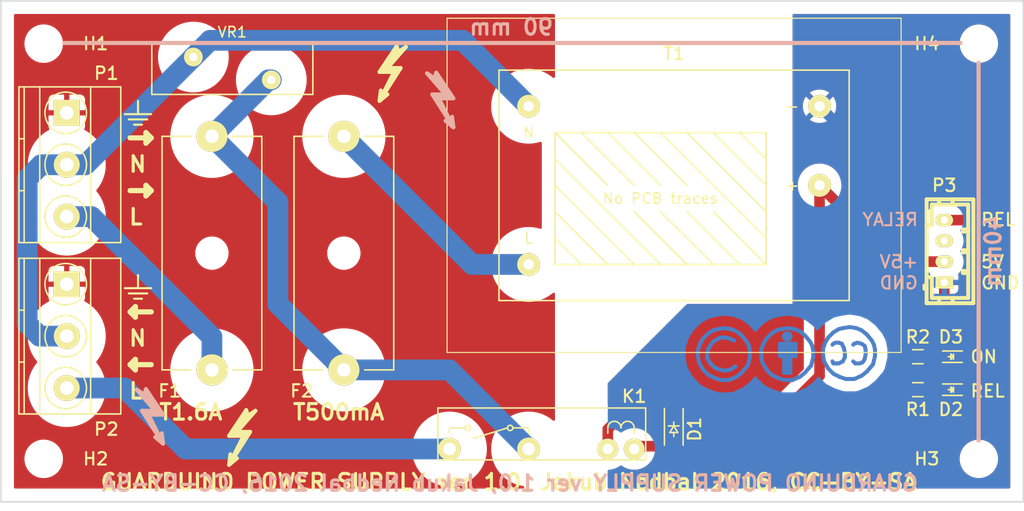
<source format=kicad_pcb>
(kicad_pcb (version 20221018) (generator pcbnew)
  (title_block (title "Guarduino Power Supply") (date "2016-09-25") (rev "1.0") (company "Serious Play Ltd") (comment 1 "Jakub Nedbal") (comment 2 "License: CC-BY-SA"))
  (layers (0 "F.Cu" signal) (31 "B.Cu" signal) (34 "B.Paste" user) (35 "F.Paste" user) (36 "B.SilkS" user "B.Silkscreen") (37 "F.SilkS" user "F.Silkscreen") (38 "B.Mask" user) (39 "F.Mask" user) (44 "Edge.Cuts" user))
  (net 0 "")
  (net 1 "VCC")
  (net 2 "/RELAY")
  (net 3 "Net-(D2-Pad2)")
  (net 4 "Net-(D3-Pad2)")
  (net 5 "GND")
  (net 6 "Net-(F1-Pad1)")
  (net 7 "/LINE")
  (net 8 "/NEUTRAL")
  (net 9 "Net-(K1-Pad4)")
  (net 10 "/EARTH")
  (net 11 "Net-(F2-Pad2)")
  (net 12 "Net-(P3-Pad3)")
  (footprint "Diodes_SMD:SOD-123" (layer "F.Cu") (at 105.41 81.915 -90)
    (fp_text reference "D1" (at 0 -2 270) (layer "F.SilkS") (effects (font (size 1.2 1.2) (thickness 0.2))))
    (fp_text value "1N5819")
    (fp_line (start -2 -0.9) (end 1.54 -0.9) (stroke (width 0.15)) (layer "F.SilkS"))
    (fp_line (start -2 0.9) (end 1.54 0.9) (stroke (width 0.15)) (layer "F.SilkS"))
    (fp_line (start -0.6985 0) (end -0.3175 0) (stroke (width 0.15)) (layer "F.SilkS"))
    (fp_line (start -0.3175 -0.508) (end -0.3175 0.508) (stroke (width 0.15)) (layer "F.SilkS"))
    (fp_line (start -0.3175 0) (end 0.3175 -0.381) (stroke (width 0.15)) (layer "F.SilkS"))
    (fp_line (start 0.3175 -0.381) (end 0.3175 0.381) (stroke (width 0.15)) (layer "F.SilkS"))
    (fp_line (start 0.3175 0) (end 0.6985 0) (stroke (width 0.15)) (layer "F.SilkS"))
    (fp_line (start 0.3175 0.381) (end -0.3175 0) (stroke (width 0.15)) (layer "F.SilkS"))
    (pad "1" smd rect (at -1.635 0 270) (size 0.91 1.22) (layers "F.Cu" "F.Paste" "F.Mask") (net 1 "VCC"))
    (pad "2" smd rect (at 1.635 0 270) (size 0.91 1.22) (layers "F.Cu" "F.Paste" "F.Mask") (net 2 "/RELAY"))
  )
  (footprint "LEDs:LED_0603" (layer "F.Cu") (at 132.08 78.105 180)
    (fp_text reference "D2" (at 0 -1.905 180) (layer "F.SilkS") (effects (font (size 1.2 1.2) (thickness 0.2))))
    (fp_text value "LED GREEN")
    (fp_line (start -1.1 -0.55) (end 0.8 -0.55) (stroke (width 0.15)) (layer "F.SilkS"))
    (fp_line (start -1.1 0.55) (end 0.8 0.55) (stroke (width 0.15)) (layer "F.SilkS"))
    (fp_line (start -0.25 -0.25) (end -0.25 0.25) (stroke (width 0.15)) (layer "F.SilkS"))
    (fp_line (start -0.25 0) (end 0 -0.25) (stroke (width 0.15)) (layer "F.SilkS"))
    (fp_line (start -0.2 0) (end 0.25 0) (stroke (width 0.15)) (layer "F.SilkS"))
    (fp_line (start 0 -0.25) (end 0 0.25) (stroke (width 0.15)) (layer "F.SilkS"))
    (fp_line (start 0 0.25) (end -0.25 0) (stroke (width 0.15)) (layer "F.SilkS"))
    (pad "1" smd rect (at -0.7493 0) (size 0.79756 0.79756) (layers "F.Cu" "F.Paste" "F.Mask") (net 2 "/RELAY"))
    (pad "2" smd rect (at 0.7493 0) (size 0.79756 0.79756) (layers "F.Cu" "F.Paste" "F.Mask") (net 3 "Net-(D2-Pad2)"))
  )
  (footprint "LEDs:LED_0603" (layer "F.Cu") (at 132.08 74.93 180)
    (fp_text reference "D3" (at 0 1.905 180) (layer "F.SilkS") (effects (font (size 1.2 1.2) (thickness 0.2))))
    (fp_text value "LED GREEN")
    (fp_line (start -1.1 -0.55) (end 0.8 -0.55) (stroke (width 0.15)) (layer "F.SilkS"))
    (fp_line (start -1.1 0.55) (end 0.8 0.55) (stroke (width 0.15)) (layer "F.SilkS"))
    (fp_line (start -0.25 -0.25) (end -0.25 0.25) (stroke (width 0.15)) (layer "F.SilkS"))
    (fp_line (start -0.25 0) (end 0 -0.25) (stroke (width 0.15)) (layer "F.SilkS"))
    (fp_line (start -0.2 0) (end 0.25 0) (stroke (width 0.15)) (layer "F.SilkS"))
    (fp_line (start 0 -0.25) (end 0 0.25) (stroke (width 0.15)) (layer "F.SilkS"))
    (fp_line (start 0 0.25) (end -0.25 0) (stroke (width 0.15)) (layer "F.SilkS"))
    (pad "1" smd rect (at -0.7493 0) (size 0.79756 0.79756) (layers "F.Cu" "F.Paste" "F.Mask") (net 5 "GND"))
    (pad "2" smd rect (at 0.7493 0) (size 0.79756 0.79756) (layers "F.Cu" "F.Paste" "F.Mask") (net 4 "Net-(D3-Pad2)"))
  )
  (footprint "Fuse_Holders_and_Fuses:Fuseholder5x20_horiz_open_Schurter_0031_8201" (layer "F.Cu") (at 60.96 76.2 90)
    (fp_text reference "F1" (at -2.032 -4.064 180) (layer "F.SilkS") (effects (font (size 1.2 1.2) (thickness 0.2))))
    (fp_text value "T1.6A")
    (fp_line (start 0 -4.8) (end 22.5 -4.8) (stroke (width 0.15)) (layer "F.SilkS"))
    (fp_line (start 0 -2) (end 0 -4.8) (stroke (width 0.15)) (layer "F.SilkS"))
    (fp_line (start 0 4.8) (end 0 2) (stroke (width 0.15)) (layer "F.SilkS"))
    (fp_line (start 0 4.8) (end 22.5 4.8) (stroke (width 0.15)) (layer "F.SilkS"))
    (fp_line (start 22.5 -2) (end 22.5 -4.8) (stroke (width 0.15)) (layer "F.SilkS"))
    (fp_line (start 22.5 4.8) (end 22.5 2) (stroke (width 0.15)) (layer "F.SilkS"))
    (pad "" np_thru_hole circle (at 11.25 0 90) (size 2.7 2.7) (drill 2.7) (layers "*.Cu" "*.Mask"))
    (pad "1" thru_hole circle (at 0 0 90) (size 3 3) (drill 1.3) (layers "*.Cu" "*.Mask" "F.SilkS") (net 6 "Net-(F1-Pad1)"))
    (pad "2" thru_hole circle (at 22.5 0 90) (size 3 3) (drill 1.3) (layers "*.Cu" "*.Mask" "F.SilkS") (net 7 "/LINE"))
  )
  (footprint "Fuse_Holders_and_Fuses:Fuseholder5x20_horiz_open_Schurter_0031_8201" (layer "F.Cu") (at 73.66 76.2 90)
    (fp_text reference "F2" (at -2.032 -4.064 180) (layer "F.SilkS") (effects (font (size 1.2 1.2) (thickness 0.2))))
    (fp_text value "T1A")
    (fp_line (start 0 -4.8) (end 22.5 -4.8) (stroke (width 0.15)) (layer "F.SilkS"))
    (fp_line (start 0 -2) (end 0 -4.8) (stroke (width 0.15)) (layer "F.SilkS"))
    (fp_line (start 0 4.8) (end 0 2) (stroke (width 0.15)) (layer "F.SilkS"))
    (fp_line (start 0 4.8) (end 22.5 4.8) (stroke (width 0.15)) (layer "F.SilkS"))
    (fp_line (start 22.5 -2) (end 22.5 -4.8) (stroke (width 0.15)) (layer "F.SilkS"))
    (fp_line (start 22.5 4.8) (end 22.5 2) (stroke (width 0.15)) (layer "F.SilkS"))
    (pad "" np_thru_hole circle (at 11.25 0 90) (size 2.7 2.7) (drill 2.7) (layers "*.Cu" "*.Mask"))
    (pad "1" thru_hole circle (at 0 0 90) (size 3 3) (drill 1.3) (layers "*.Cu" "*.Mask" "F.SilkS") (net 7 "/LINE"))
    (pad "2" thru_hole circle (at 22.5 0 90) (size 3 3) (drill 1.3) (layers "*.Cu" "*.Mask" "F.SilkS") (net 11 "Net-(F2-Pad2)"))
  )
  (footprint "jakub:PCNrelay" (layer "F.Cu") (at 101.6 83.82 180)
    (fp_text reference "K1" (at 0 5.08 180) (layer "F.SilkS") (effects (font (size 1.2 1.2) (thickness 0.2))))
    (fp_text value "RELAY")
    (fp_line (start -1.11 -1.05) (end 18.89 -1.05) (stroke (width 0.15)) (layer "F.SilkS"))
    (fp_line (start -1.11 3.95) (end -1.11 -1.05) (stroke (width 0.15)) (layer "F.SilkS"))
    (fp_line (start 0 1.524) (end 0 2.032) (stroke (width 0.15)) (layer "F.SilkS"))
    (fp_line (start 2.54 1.524) (end 2.54 2.032) (stroke (width 0.15)) (layer "F.SilkS"))
    (fp_line (start 10.16 1.524) (end 10.16 2.032) (stroke (width 0.15)) (layer "F.SilkS"))
    (fp_line (start 11.684 2.032) (end 10.16 2.032) (stroke (width 0.15)) (layer "F.SilkS"))
    (fp_line (start 12.192 2.032) (end 15.494 1.016) (stroke (width 0.15)) (layer "F.SilkS"))
    (fp_line (start 17.78 2.032) (end 16.256 2.032) (stroke (width 0.15)) (layer "F.SilkS"))
    (fp_line (start 17.78 2.032) (end 17.78 1.524) (stroke (width 0.15)) (layer "F.SilkS"))
    (fp_line (start 18.89 -1.05) (end 18.89 3.95) (stroke (width 0.15)) (layer "F.SilkS"))
    (fp_line (start 18.89 3.95) (end -1.11 3.95) (stroke (width 0.15)) (layer "F.SilkS"))
    (fp_arc (start 0.635 2.667) (mid 0.185987 2.481013) (end 0 2.032) (stroke (width 0.15)) (layer "F.SilkS"))
    (fp_arc (start 1.27 2.032) (mid 1.084013 2.481013) (end 0.635 2.667) (stroke (width 0.15)) (layer "F.SilkS"))
    (fp_arc (start 1.905 2.667) (mid 1.455987 2.481013) (end 1.27 2.032) (stroke (width 0.15)) (layer "F.SilkS"))
    (fp_arc (start 2.54 2.032) (mid 2.354013 2.481013) (end 1.905 2.667) (stroke (width 0.15)) (layer "F.SilkS"))
    (fp_circle (center 11.938 2.032) (end 12.192 2.032) (stroke (width 0.15)) (fill none) (layer "F.SilkS"))
    (fp_circle (center 16.002 2.032) (end 15.748 2.032) (stroke (width 0.15)) (fill none) (layer "F.SilkS"))
    (pad "1" thru_hole circle (at 0 0 180) (size 2 2) (drill 1) (layers "*.Cu" "*.Mask" "F.SilkS") (net 2 "/RELAY"))
    (pad "2" thru_hole circle (at 2.54 0 180) (size 2 2) (drill 1) (layers "*.Cu" "*.Mask" "F.SilkS") (net 1 "VCC"))
    (pad "3" thru_hole circle (at 10.16 0 180) (size 2.2 2.2) (drill 1.2) (layers "*.Cu" "*.Mask" "F.SilkS") (net 7 "/LINE"))
    (pad "4" thru_hole circle (at 17.78 0 180) (size 2.2 2.2) (drill 1.2) (layers "*.Cu" "*.Mask" "F.SilkS") (net 9 "Net-(K1-Pad4)"))
  )
  (footprint "Terminal_Blocks:TerminalBlock_Pheonix_MKDS1.5-3pol" (layer "F.Cu") (at 46.99 51.435 -90)
    (fp_text reference "P1" (at -3.81 -3.81) (layer "F.SilkS") (effects (font (size 1.2 1.2) (thickness 0.2))))
    (fp_text value "3way terminal")
    (fp_line (start -2.5 -5.2) (end -2.5 4.6) (stroke (width 0.15)) (layer "F.SilkS"))
    (fp_line (start -2.5 -2.3) (end 12.5 -2.3) (stroke (width 0.15)) (layer "F.SilkS"))
    (fp_line (start -2.5 2.6) (end 12.5 2.6) (stroke (width 0.15)) (layer "F.SilkS"))
    (fp_line (start -2.5 4.1) (end 12.5 4.1) (stroke (width 0.15)) (layer "F.SilkS"))
    (fp_line (start -2.5 4.6) (end 12.5 4.6) (stroke (width 0.15)) (layer "F.SilkS"))
    (fp_line (start 2.5 4.1) (end 2.5 4.6) (stroke (width 0.15)) (layer "F.SilkS"))
    (fp_line (start 7.5 4.1) (end 7.5 4.6) (stroke (width 0.15)) (layer "F.SilkS"))
    (fp_line (start 12.5 -5.2) (end -2.5 -5.2) (stroke (width 0.15)) (layer "F.SilkS"))
    (fp_line (start 12.5 4.6) (end 12.5 -5.2) (stroke (width 0.15)) (layer "F.SilkS"))
    (fp_circle (center 0 0.1) (end 2 0.1) (stroke (width 0.15)) (fill none) (layer "F.SilkS"))
    (fp_circle (center 5 0.1) (end 3 0.1) (stroke (width 0.15)) (fill none) (layer "F.SilkS"))
    (fp_circle (center 10 0.1) (end 8 0.1) (stroke (width 0.15)) (fill none) (layer "F.SilkS"))
    (pad "1" thru_hole rect (at 0 0 270) (size 2.5 2.5) (drill 1.3) (layers "*.Cu" "*.Mask" "F.SilkS") (net 10 "/EARTH"))
    (pad "2" thru_hole circle (at 5 0 270) (size 2.5 2.5) (drill 1.3) (layers "*.Cu" "*.Mask" "F.SilkS") (net 8 "/NEUTRAL"))
    (pad "3" thru_hole circle (at 10 0 270) (size 2.5 2.5) (drill 1.3) (layers "*.Cu" "*.Mask" "F.SilkS") (net 6 "Net-(F1-Pad1)"))
  )
  (footprint "Terminal_Blocks:TerminalBlock_Pheonix_MKDS1.5-3pol" (layer "F.Cu") (at 46.99 67.945 -90)
    (fp_text reference "P2" (at 13.97 -3.81) (layer "F.SilkS") (effects (font (size 1.2 1.2) (thickness 0.2))))
    (fp_text value "3way terminal")
    (fp_line (start -2.5 -5.2) (end -2.5 4.6) (stroke (width 0.15)) (layer "F.SilkS"))
    (fp_line (start -2.5 -2.3) (end 12.5 -2.3) (stroke (width 0.15)) (layer "F.SilkS"))
    (fp_line (start -2.5 2.6) (end 12.5 2.6) (stroke (width 0.15)) (layer "F.SilkS"))
    (fp_line (start -2.5 4.1) (end 12.5 4.1) (stroke (width 0.15)) (layer "F.SilkS"))
    (fp_line (start -2.5 4.6) (end 12.5 4.6) (stroke (width 0.15)) (layer "F.SilkS"))
    (fp_line (start 2.5 4.1) (end 2.5 4.6) (stroke (width 0.15)) (layer "F.SilkS"))
    (fp_line (start 7.5 4.1) (end 7.5 4.6) (stroke (width 0.15)) (layer "F.SilkS"))
    (fp_line (start 12.5 -5.2) (end -2.5 -5.2) (stroke (width 0.15)) (layer "F.SilkS"))
    (fp_line (start 12.5 4.6) (end 12.5 -5.2) (stroke (width 0.15)) (layer "F.SilkS"))
    (fp_circle (center 0 0.1) (end 2 0.1) (stroke (width 0.15)) (fill none) (layer "F.SilkS"))
    (fp_circle (center 5 0.1) (end 3 0.1) (stroke (width 0.15)) (fill none) (layer "F.SilkS"))
    (fp_circle (center 10 0.1) (end 8 0.1) (stroke (width 0.15)) (fill none) (layer "F.SilkS"))
    (pad "1" thru_hole rect (at 0 0 270) (size 2.5 2.5) (drill 1.3) (layers "*.Cu" "*.Mask" "F.SilkS") (net 10 "/EARTH"))
    (pad "2" thru_hole circle (at 5 0 270) (size 2.5 2.5) (drill 1.3) (layers "*.Cu" "*.Mask" "F.SilkS") (net 8 "/NEUTRAL"))
    (pad "3" thru_hole circle (at 10 0 270) (size 2.5 2.5) (drill 1.3) (layers "*.Cu" "*.Mask" "F.SilkS") (net 9 "Net-(K1-Pad4)"))
  )
  (footprint "jakub:JST_PH_04way_vert" (layer "F.Cu") (at 131.445 64.77 90)
    (fp_text reference "P3" (at 6.35 0 180) (layer "F.SilkS") (effects (font (size 1.2 1.2) (thickness 0.2))))
    (fp_text value "4way connector")
    (fp_line (start -5.00126 -1.69926) (end -5.00126 2.79908) (stroke (width 0.381)) (layer "F.SilkS"))
    (fp_line (start -5.00126 -1.69926) (end 5.00126 -1.69926) (stroke (width 0.381)) (layer "F.SilkS"))
    (fp_line (start -5.00126 2.79908) (end 5.00126 2.79908) (stroke (width 0.381)) (layer "F.SilkS"))
    (fp_line (start -4.50088 -1.19888) (end -4.50088 2.30124) (stroke (width 0.381)) (layer "F.SilkS"))
    (fp_line (start -4.50088 -0.50038) (end -5.00126 -0.50038) (stroke (width 0.381)) (layer "F.SilkS"))
    (fp_line (start -4.50088 0.8001) (end -5.00126 0.8001) (stroke (width 0.381)) (layer "F.SilkS"))
    (fp_line (start -3.60172 -1.89992) (end -3.60172 -1.69926) (stroke (width 0.381)) (layer "F.SilkS"))
    (fp_line (start -3.302 -1.89992) (end -3.60172 -1.89992) (stroke (width 0.381)) (layer "F.SilkS"))
    (fp_line (start -3.302 -1.69926) (end -3.302 -1.89992) (stroke (width 0.381)) (layer "F.SilkS"))
    (fp_line (start -2.5019 -1.69926) (end -2.5019 -1.19888) (stroke (width 0.381)) (layer "F.SilkS"))
    (fp_line (start -2.5019 -1.19888) (end -4.50088 -1.19888) (stroke (width 0.381)) (layer "F.SilkS"))
    (fp_line (start -2.10058 1.80086) (end -1.90246 1.80086) (stroke (width 0.381)) (layer "F.SilkS"))
    (fp_line (start -2.10058 2.30124) (end -2.10058 1.80086) (stroke (width 0.381)) (layer "F.SilkS"))
    (fp_line (start -1.90246 1.80086) (end -1.90246 2.30124) (stroke (width 0.381)) (layer "F.SilkS"))
    (fp_line (start -0.09906 1.80086) (end 0.09906 1.80086) (stroke (width 0.381)) (layer "F.SilkS"))
    (fp_line (start -0.09906 2.30124) (end -0.09906 1.80086) (stroke (width 0.381)) (layer "F.SilkS"))
    (fp_line (start 0.09906 1.80086) (end 0.09906 2.30124) (stroke (width 0.381)) (layer "F.SilkS"))
    (fp_line (start 1.89992 1.80086) (end 2.09804 1.80086) (stroke (width 0.381)) (layer "F.SilkS"))
    (fp_line (start 1.89992 2.30124) (end 1.89992 1.80086) (stroke (width 0.381)) (layer "F.SilkS"))
    (fp_line (start 2.09804 1.80086) (end 2.09804 2.30124) (stroke (width 0.381)) (layer "F.SilkS"))
    (fp_line (start 2.5019 -1.19888) (end 2.5019 -1.69926) (stroke (width 0.381)) (layer "F.SilkS"))
    (fp_line (start 4.50088 -1.19888) (end 2.5019 -1.19888) (stroke (width 0.381)) (layer "F.SilkS"))
    (fp_line (start 4.50088 0.8001) (end 5.00126 0.8001) (stroke (width 0.381)) (layer "F.SilkS"))
    (fp_line (start 4.50088 2.30124) (end -4.50088 2.30124) (stroke (width 0.381)) (layer "F.SilkS"))
    (fp_line (start 4.50088 2.30124) (end 4.50088 -1.19888) (stroke (width 0.381)) (layer "F.SilkS"))
    (fp_line (start 5.00126 -1.69926) (end 5.00126 2.79908) (stroke (width 0.381)) (layer "F.SilkS"))
    (fp_line (start 5.00126 -0.50038) (end 4.50088 -0.50038) (stroke (width 0.381)) (layer "F.SilkS"))
    (pad "1" thru_hole rect (at -3.00228 0 90) (size 1.19888 1.69926) (drill 0.70104) (layers "*.Cu" "*.Mask" "F.SilkS") (net 5 "GND"))
    (pad "2" thru_hole oval (at -1.00076 0 90) (size 1.19888 1.69926) (drill 0.70104) (layers "*.Cu" "*.Mask" "F.SilkS") (net 1 "VCC"))
    (pad "3" thru_hole oval (at 1.00076 0 90) (size 1.19888 1.69926) (drill 0.70104) (layers "*.Cu" "*.Mask" "F.SilkS") (net 12 "Net-(P3-Pad3)"))
    (pad "4" thru_hole oval (at 2.99974 0 90) (size 1.19888 1.69926) (drill 0.70104) (layers "*.Cu" "*.Mask" "F.SilkS") (net 2 "/RELAY"))
  )
  (footprint "Resistors_SMD:R_0603" (layer "F.Cu") (at 128.905 78.105)
    (fp_text reference "R1" (at 0 1.905) (layer "F.SilkS") (effects (font (size 1.2 1.2) (thickness 0.2))))
    (fp_text value "10k")
    (fp_line (start -0.5 -0.675) (end 0.5 -0.675) (stroke (width 0.15)) (layer "F.SilkS"))
    (fp_line (start 0.5 0.675) (end -0.5 0.675) (stroke (width 0.15)) (layer "F.SilkS"))
    (pad "1" smd rect (at -0.75 0) (size 0.5 0.9) (layers "F.Cu" "F.Paste" "F.Mask") (net 1 "VCC"))
    (pad "2" smd rect (at 0.75 0) (size 0.5 0.9) (layers "F.Cu" "F.Paste" "F.Mask") (net 3 "Net-(D2-Pad2)"))
  )
  (footprint "Resistors_SMD:R_0603" (layer "F.Cu") (at 128.905 74.93)
    (fp_text reference "R2" (at 0 -1.905) (layer "F.SilkS") (effects (font (size 1.2 1.2) (thickness 0.2))))
    (fp_text value "10k")
    (fp_line (start -0.5 -0.675) (end 0.5 -0.675) (stroke (width 0.15)) (layer "F.SilkS"))
    (fp_line (start 0.5 0.675) (end -0.5 0.675) (stroke (width 0.15)) (layer "F.SilkS"))
    (pad "1" smd rect (at -0.75 0) (size 0.5 0.9) (layers "F.Cu" "F.Paste" "F.Mask") (net 1 "VCC"))
    (pad "2" smd rect (at 0.75 0) (size 0.5 0.9) (layers "F.Cu" "F.Paste" "F.Mask") (net 4 "Net-(D3-Pad2)"))
  )
  (footprint "jakub:RAC01-02" (layer "F.Cu") (at 91.44 66.04)
    (fp_text reference "T1" (at 14 -20.32) (layer "F.SilkS") (effects (font (size 1.2 1.2) (thickness 0.2))))
    (fp_text value "5V/1W")
    (fp_text user "+" (at 25.4 -7.62) (layer "F.SilkS"))
    (fp_text user "No PCB traces" (at 12.7 -6.35) (layer "F.SilkS"))
    (fp_text user "L" (at 0 -2.54) (layer "F.SilkS"))
    (fp_text user "N" (at 0 -12.7) (layer "F.SilkS"))
    (fp_text user "-" (at 25.4 -15.24) (layer "F.SilkS"))
    (fp_line (start -7.85 -23.72) (end -7.85 8.48) (stroke (width 0.1)) (layer "F.SilkS"))
    (fp_line (start -7.85 -23.72) (end 35.85 -23.72) (stroke (width 0.11)) (layer "F.SilkS"))
    (fp_line (start -2.85 -18.72) (end 30.85 -18.72) (stroke (width 0.15)) (layer "F.SilkS"))
    (fp_line (start -2.85 3.48) (end -2.85 -18.72) (stroke (width 0.15)) (layer "F.SilkS"))
    (fp_line (start -2.85 3.48) (end 30.85 3.48) (stroke (width 0.15)) (layer "F.SilkS"))
    (fp_line (start 2.54 -12.7) (end 2.54 0) (stroke (width 0.15)) (layer "F.SilkS"))
    (fp_line (start 2.54 -12.7) (end 7.62 -7.62) (stroke (width 0.15)) (layer "F.SilkS"))
    (fp_line (start 2.54 -10.16) (end 12.7 0) (stroke (width 0.15)) (layer "F.SilkS"))
    (fp_line (start 2.54 -7.62) (end 10.16 0) (stroke (width 0.15)) (layer "F.SilkS"))
    (fp_line (start 2.54 -5.08) (end 7.62 0) (stroke (width 0.15)) (layer "F.SilkS"))
    (fp_line (start 2.54 -2.54) (end 5.08 0) (stroke (width 0.15)) (layer "F.SilkS"))
    (fp_line (start 2.54 0) (end 22.86 0) (stroke (width 0.15)) (layer "F.SilkS"))
    (fp_line (start 5.08 -12.7) (end 10.16 -7.62) (stroke (width 0.15)) (layer "F.SilkS"))
    (fp_line (start 7.62 -12.7) (end 12.7 -7.62) (stroke (width 0.15)) (layer "F.SilkS"))
    (fp_line (start 10.16 -12.7) (end 15.24 -7.62) (stroke (width 0.15)) (layer "F.SilkS"))
    (fp_line (start 10.16 -5.08) (end 15.24 0) (stroke (width 0.15)) (layer "F.SilkS"))
    (fp_line (start 12.7 -12.7) (end 22.86 -2.54) (stroke (width 0.15)) (layer "F.SilkS"))
    (fp_line (start 12.7 -5.08) (end 17.78 0) (stroke (width 0.15)) (layer "F.SilkS"))
    (fp_line (start 15.24 -12.7) (end 22.86 -5.08) (stroke (width 0.15)) (layer "F.SilkS"))
    (fp_line (start 15.24 -5.08) (end 20.32 0) (stroke (width 0.15)) (layer "F.SilkS"))
    (fp_line (start 17.78 -12.7) (end 22.86 -7.62) (stroke (width 0.15)) (layer "F.SilkS"))
    (fp_line (start 17.78 -5.08) (end 22.86 0) (stroke (width 0.15)) (layer "F.SilkS"))
    (fp_line (start 20.32 -12.7) (end 22.86 -10.16) (stroke (width 0.15)) (layer "F.SilkS"))
    (fp_line (start 22.86 -12.7) (end 2.54 -12.7) (stroke (width 0.15)) (layer "F.SilkS"))
    (fp_line (start 22.86 0) (end 22.86 -12.7) (stroke (width 0.15)) (layer "F.SilkS"))
    (fp_line (start 30.85 3.48) (end 30.85 -18.72) (stroke (width 0.15)) (layer "F.SilkS"))
    (fp_line (start 35.85 -23.72) (end 35.85 8.48) (stroke (width 0.1)) (layer "F.SilkS"))
    (fp_line (start 35.85 8.48) (end -7.85 8.48) (stroke (width 0.1)) (layer "F.SilkS"))
    (pad "1" thru_hole circle (at 0 -15.24) (size 2.2 2.2) (drill 1) (layers "*.Cu" "*.Mask" "F.SilkS") (net 8 "/NEUTRAL"))
    (pad "2" thru_hole circle (at 0 0) (size 2.2 2.2) (drill 1) (layers "*.Cu" "*.Mask" "F.SilkS") (net 11 "Net-(F2-Pad2)"))
    (pad "3" thru_hole circle (at 28 -15.24) (size 2.2 2.2) (drill 1) (layers "*.Cu" "*.Mask" "F.SilkS") (net 5 "GND"))
    (pad "4" thru_hole circle (at 28 -7.62) (size 2.2 2.2) (drill 1) (layers "*.Cu" "*.Mask" "F.SilkS") (net 1 "VCC"))
  )
  (footprint "Varistors:RV_Disc_D15.5_W5_P7.5" (layer "F.Cu") (at 66.675 48.26 180)
    (fp_text reference "VR1" (at 3.75 4.6 180) (layer "F.SilkS"))
    (fp_text value "275V")
    (fp_line (start -4 -1.4) (end -4 3.6) (stroke (width 0.15)) (layer "F.SilkS"))
    (fp_line (start -4 -1.4) (end 11.5 -1.4) (stroke (width 0.15)) (layer "F.SilkS"))
    (fp_line (start -4 3.6) (end 11.5 3.6) (stroke (width 0.15)) (layer "F.SilkS"))
    (fp_line (start 11.5 -1.4) (end 11.5 3.6) (stroke (width 0.15)) (layer "F.SilkS"))
    (pad "1" thru_hole circle (at 0 0 180) (size 1.8 1.8) (drill 0.8) (layers "*.Cu" "*.Mask" "F.SilkS") (net 7 "/LINE"))
    (pad "2" thru_hole circle (at 7.5 2.2 180) (size 1.8 1.8) (drill 0.8) (layers "*.Cu" "*.Mask" "F.SilkS") (net 8 "/NEUTRAL"))
  )
  (footprint "Mounting_Holes:MountingHole_3.2mm_M3" (layer "F.Cu") (at 44.77 44.77)
    (fp_text reference "H1" (at 5 0) (layer "F.SilkS") (effects (font (size 1.2 1.2) (thickness 0.2))))
    (fp_text value "⌀3mm")
    (pad "" np_thru_hole circle (at 0 0) (size 3.2 3.2) (drill 3.2) (layers "*.Cu" "*.Mask" "F.SilkS"))
  )
  (footprint "Mounting_Holes:MountingHole_3.2mm_M3" (layer "F.Cu") (at 44.77 84.77)
    (fp_text reference "H2" (at 5 0) (layer "F.SilkS") (effects (font (size 1.2 1.2) (thickness 0.2))))
    (fp_text value "⌀3mm")
    (pad "" np_thru_hole circle (at 0 0) (size 3.2 3.2) (drill 3.2) (layers "*.Cu" "*.Mask" "F.SilkS"))
  )
  (footprint "Mounting_Holes:MountingHole_3.2mm_M3" (layer "F.Cu") (at 134.77 84.77)
    (fp_text reference "H3" (at -5 0) (layer "F.SilkS") (effects (font (size 1.2 1.2) (thickness 0.2))))
    (fp_text value "⌀3mm")
    (pad "" np_thru_hole circle (at 0 0) (size 3.2 3.2) (drill 3.2) (layers "*.Cu" "*.Mask" "F.SilkS"))
  )
  (footprint "Mounting_Holes:MountingHole_3.2mm_M3" (layer "F.Cu") (at 134.77 44.77)
    (fp_text reference "H4" (at -5 0) (layer "F.SilkS") (effects (font (size 1.2 1.2) (thickness 0.2))))
    (fp_text value "⌀3mm")
    (pad "" np_thru_hole circle (at 0 0) (size 3.2 3.2) (drill 3.2) (layers "*.Cu" "*.Mask" "F.SilkS"))
  )
  (footprint "Symbols:Symbol_Highvoltage_Type1_CopperTop_Small" (layer "F.Cu") (at 77.47 48.26)
    (fp_text reference "REF**" hide)
    (fp_text value "Symbol_Highvoltage_Type1_CopperTop_Small" hide)
    (fp_line (start -0.381 -0.762) (end 1.016 -0.762) (stroke (width 0.381)) (layer "F.SilkS"))
    (fp_line (start -0.381 -0.762) (end 1.27 -3.2385) (stroke (width 0.381)) (layer "F.SilkS"))
    (fp_line (start -0.381 2.032) (end 0.381 1.397) (stroke (width 0.381)) (layer "F.SilkS"))
    (fp_line (start -0.254 1.016) (end -0.381 2.032) (stroke (width 0.381)) (layer "F.SilkS"))
    (fp_line (start -0.127 1.651) (end 1.651 -1.143) (stroke (width 0.381)) (layer "F.SilkS"))
    (fp_line (start 0 -1.016) (end 1.143 -0.889) (stroke (width 0.381)) (layer "F.SilkS"))
    (fp_line (start 0.381 -1.143) (end 1.651 -1.143) (stroke (width 0.381)) (layer "F.SilkS"))
    (fp_line (start 1.016 -0.762) (end -0.254 1.778) (stroke (width 0.381)) (layer "F.SilkS"))
    (fp_line (start 1.27 -3.2385) (end 1.397 -2.794) (stroke (width 0.381)) (layer "F.SilkS"))
    (fp_line (start 1.397 -2.794) (end 0 -1.016) (stroke (width 0.381)) (layer "F.SilkS"))
    (fp_line (start 2.159 -3.175) (end 0.381 -1.143) (stroke (width 0.381)) (layer "F.SilkS"))
    (fp_line (start 2.159 -3.175) (end 1.397 -2.667) (stroke (width 0.381)) (layer "F.SilkS"))
  )
  (footprint "Symbols:Symbol_Highvoltage_Type1_CopperTop_Small" (layer "F.Cu") (at 62.992 83.312)
    (fp_text reference "REF**" hide)
    (fp_text value "Symbol_Highvoltage_Type1_CopperTop_Small" hide)
    (fp_line (start -0.381 -0.762) (end 1.016 -0.762) (stroke (width 0.381)) (layer "F.SilkS"))
    (fp_line (start -0.381 -0.762) (end 1.27 -3.2385) (stroke (width 0.381)) (layer "F.SilkS"))
    (fp_line (start -0.381 2.032) (end 0.381 1.397) (stroke (width 0.381)) (layer "F.SilkS"))
    (fp_line (start -0.254 1.016) (end -0.381 2.032) (stroke (width 0.381)) (layer "F.SilkS"))
    (fp_line (start -0.127 1.651) (end 1.651 -1.143) (stroke (width 0.381)) (layer "F.SilkS"))
    (fp_line (start 0 -1.016) (end 1.143 -0.889) (stroke (width 0.381)) (layer "F.SilkS"))
    (fp_line (start 0.381 -1.143) (end 1.651 -1.143) (stroke (width 0.381)) (layer "F.SilkS"))
    (fp_line (start 1.016 -0.762) (end -0.254 1.778) (stroke (width 0.381)) (layer "F.SilkS"))
    (fp_line (start 1.27 -3.2385) (end 1.397 -2.794) (stroke (width 0.381)) (layer "F.SilkS"))
    (fp_line (start 1.397 -2.794) (end 0 -1.016) (stroke (width 0.381)) (layer "F.SilkS"))
    (fp_line (start 2.159 -3.175) (end 0.381 -1.143) (stroke (width 0.381)) (layer "F.SilkS"))
    (fp_line (start 2.159 -3.175) (end 1.397 -2.667) (stroke (width 0.381)) (layer "F.SilkS"))
  )
  (footprint "Symbols:Symbol_CC-ShareAlike_CopperTop_Small" (layer "B.Cu") (at 110.236 74.676 180)
    (fp_text reference "REF**" hide)
    (fp_text value "Symbol_CC-ShareAlike_CopperTop_Small" hide)
    (fp_line (start -2.49936 -0.29972) (end -2.30124 -1.09982) (stroke (width 0.381)) (layer "B.Cu"))
    (fp_line (start -2.49936 0.29972) (end -2.49936 -0.29972) (stroke (width 0.381)) (layer "B.Cu"))
    (fp_line (start -2.4003 0.8001) (end -2.49936 0.29972) (stroke (width 0.381)) (layer "B.Cu"))
    (fp_line (start -2.30124 -1.09982) (end -1.69926 -1.80086) (stroke (width 0.381)) (layer "B.Cu"))
    (fp_line (start -2.19964 1.19888) (end -2.4003 0.8001) (stroke (width 0.381)) (layer "B.Cu"))
    (fp_line (start -1.69926 -1.80086) (end -1.19888 -2.19964) (stroke (width 0.381)) (layer "B.Cu"))
    (fp_line (start -1.69926 1.80086) (end -2.19964 1.19888) (stroke (width 0.381)) (layer "B.Cu"))
    (fp_line (start -1.19888 -2.19964) (end -0.50038 -2.49936) (stroke (width 0.381)) (layer "B.Cu"))
    (fp_line (start -1.19888 2.19964) (end -1.69926 1.80086) (stroke (width 0.381)) (layer "B.Cu"))
    (fp_line (start -1.09982 -1.19888) (end -0.59944 -1.50114) (stroke (width 0.381)) (layer "B.Cu"))
    (fp_line (start -0.70104 2.4003) (end -1.19888 2.19964) (stroke (width 0.381)) (layer "B.Cu"))
    (fp_line (start -0.59944 -1.50114) (end -0.09906 -1.6002) (stroke (width 0.381)) (layer "B.Cu"))
    (fp_line (start -0.50038 -2.49936) (end 0.29972 -2.49936) (stroke (width 0.381)) (layer "B.Cu"))
    (fp_line (start -0.50038 1.50114) (end -1.00076 1.30048) (stroke (width 0.381)) (layer "B.Cu"))
    (fp_line (start -0.09906 -1.6002) (end 0.39878 -1.50114) (stroke (width 0.381)) (layer "B.Cu"))
    (fp_line (start -0.09906 1.6002) (end -0.50038 1.50114) (stroke (width 0.381)) (layer "B.Cu"))
    (fp_line (start -0.09906 2.49936) (end -0.70104 2.4003) (stroke (width 0.381)) (layer "B.Cu"))
    (fp_line (start 0 2.49936) (end -0.09906 2.49936) (stroke (width 0.381)) (layer "B.Cu"))
    (fp_line (start 0.29972 -2.49936) (end 0.89916 -2.30124) (stroke (width 0.381)) (layer "B.Cu"))
    (fp_line (start 0.29972 1.6002) (end -0.09906 1.6002) (stroke (width 0.381)) (layer "B.Cu"))
    (fp_line (start 0.39878 -1.50114) (end 0.89916 -1.30048) (stroke (width 0.381)) (layer "B.Cu"))
    (fp_line (start 0.59944 2.4003) (end 0 2.49936) (stroke (width 0.381)) (layer "B.Cu"))
    (fp_line (start 0.89916 -2.30124) (end 1.50114 -1.99898) (stroke (width 0.381)) (layer "B.Cu"))
    (fp_line (start 0.89916 -1.30048) (end 1.30048 -0.89916) (stroke (width 0.381)) (layer "B.Cu"))
    (fp_line (start 0.89916 1.30048) (end 0.29972 1.6002) (stroke (width 0.381)) (layer "B.Cu"))
    (fp_line (start 1.00076 2.30124) (end 0.59944 2.4003) (stroke (width 0.381)) (layer "B.Cu"))
    (fp_line (start 1.19888 1.00076) (end 0.89916 1.30048) (stroke (width 0.381)) (layer "B.Cu"))
    (fp_line (start 1.30048 -0.89916) (end 1.6002 -0.39878) (stroke (width 0.381)) (layer "B.Cu"))
    (fp_line (start 1.50114 -1.99898) (end 1.99898 -1.50114) (stroke (width 0.381)) (layer "B.Cu"))
    (fp_line (start 1.50114 0.50038) (end 1.19888 1.00076) (stroke (width 0.381)) (layer "B.Cu"))
    (fp_line (start 1.50114 1.99898) (end 1.00076 2.30124) (stroke (width 0.381)) (layer "B.Cu"))
    (fp_line (start 1.6002 -0.39878) (end 1.6002 0) (stroke (width 0.381)) (layer "B.Cu"))
    (fp_line (start 1.6002 0) (end 1.50114 0.50038) (stroke (width 0.381)) (layer "B.Cu"))
    (fp_line (start 1.99898 -1.50114) (end 2.4003 -0.8001) (stroke (width 0.381)) (layer "B.Cu"))
    (fp_line (start 1.99898 1.50114) (end 1.50114 1.99898) (stroke (width 0.381)) (layer "B.Cu"))
    (fp_line (start 2.30124 1.00076) (end 1.99898 1.50114) (stroke (width 0.381)) (layer "B.Cu"))
    (fp_line (start 2.4003 -0.8001) (end 2.49936 -0.20066) (stroke (width 0.381)) (layer "B.Cu"))
    (fp_line (start 2.49936 -0.20066) (end 2.49936 0.39878) (stroke (width 0.381)) (layer "B.Cu"))
    (fp_line (start 2.49936 0.39878) (end 2.30124 1.00076) (stroke (width 0.381)) (layer "B.Cu"))
  )
  (footprint "Symbols:Symbol_CC-Attribution_CopperTop_Small" (layer "B.Cu") (at 116.332 74.676 180)
    (fp_text reference "REF**" hide)
    (fp_text value "Symbol_CC-Attribution_CopperTop_Small" hide)
    (fp_line (start -2.49936 -0.29972) (end -2.30124 -1.09982) (stroke (width 0.381)) (layer "B.Cu"))
    (fp_line (start -2.49936 0.29972) (end -2.49936 -0.29972) (stroke (width 0.381)) (layer "B.Cu"))
    (fp_line (start -2.4003 0.8001) (end -2.49936 0.29972) (stroke (width 0.381)) (layer "B.Cu"))
    (fp_line (start -2.30124 -1.09982) (end -1.69926 -1.80086) (stroke (width 0.381)) (layer "B.Cu"))
    (fp_line (start -2.19964 1.19888) (end -2.4003 0.8001) (stroke (width 0.381)) (layer "B.Cu"))
    (fp_line (start -1.69926 -1.80086) (end -1.19888 -2.19964) (stroke (width 0.381)) (layer "B.Cu"))
    (fp_line (start -1.69926 1.80086) (end -2.19964 1.19888) (stroke (width 0.381)) (layer "B.Cu"))
    (fp_line (start -1.19888 -2.19964) (end -0.50038 -2.49936) (stroke (width 0.381)) (layer "B.Cu"))
    (fp_line (start -1.19888 2.19964) (end -1.69926 1.80086) (stroke (width 0.381)) (layer "B.Cu"))
    (fp_line (start -0.8001 -0.20066) (end -0.8001 1.00076) (stroke (width 0.381)) (layer "B.Cu"))
    (fp_line (start -0.8001 0.09906) (end 0.50038 0.09906) (stroke (width 0.381)) (layer "B.Cu"))
    (fp_line (start -0.8001 1.00076) (end 0.70104 1.00076) (stroke (width 0.381)) (layer "B.Cu"))
    (fp_line (start -0.70104 0.70104) (end 0.59944 0.70104) (stroke (width 0.381)) (layer "B.Cu"))
    (fp_line (start -0.70104 2.4003) (end -1.19888 2.19964) (stroke (width 0.381)) (layer "B.Cu"))
    (fp_line (start -0.50038 -2.49936) (end 0.29972 -2.49936) (stroke (width 0.381)) (layer "B.Cu"))
    (fp_line (start -0.29972 -1.80086) (end 0.20066 -1.80086) (stroke (width 0.381)) (layer "B.Cu"))
    (fp_line (start -0.29972 -0.29972) (end -0.29972 -1.80086) (stroke (width 0.381)) (layer "B.Cu"))
    (fp_line (start -0.09906 2.49936) (end -0.70104 2.4003) (stroke (width 0.381)) (layer "B.Cu"))
    (fp_line (start 0 -0.29972) (end 0 -1.6002) (stroke (width 0.381)) (layer "B.Cu"))
    (fp_line (start 0 1.89992) (end 0 1.50114) (stroke (width 0.381)) (layer "B.Cu"))
    (fp_line (start 0 2.49936) (end -0.09906 2.49936) (stroke (width 0.381)) (layer "B.Cu"))
    (fp_line (start 0.09906 -1.80086) (end 0.29972 -1.80086) (stroke (width 0.381)) (layer "B.Cu"))
    (fp_line (start 0.29972 -2.49936) (end 0.89916 -2.30124) (stroke (width 0.381)) (layer "B.Cu"))
    (fp_line (start 0.29972 -1.80086) (end 0.29972 -0.20066) (stroke (width 0.381)) (layer "B.Cu"))
    (fp_line (start 0.50038 0.39878) (end -0.70104 0.39878) (stroke (width 0.381)) (layer "B.Cu"))
    (fp_line (start 0.59944 2.4003) (end 0 2.49936) (stroke (width 0.381)) (layer "B.Cu"))
    (fp_line (start 0.70104 -0.20066) (end -0.8001 -0.20066) (stroke (width 0.381)) (layer "B.Cu"))
    (fp_line (start 0.70104 1.00076) (end 0.70104 -0.20066) (stroke (width 0.381)) (layer "B.Cu"))
    (fp_line (start 0.89916 -2.30124) (end 1.50114 -1.99898) (stroke (width 0.381)) (layer "B.Cu"))
    (fp_line (start 1.00076 2.30124) (end 0.59944 2.4003) (stroke (width 0.381)) (layer "B.Cu"))
    (fp_line (start 1.50114 -1.99898) (end 1.99898 -1.50114) (stroke (width 0.381)) (layer "B.Cu"))
    (fp_line (start 1.50114 1.99898) (end 1.00076 2.30124) (stroke (width 0.381)) (layer "B.Cu"))
    (fp_line (start 1.99898 -1.50114) (end 2.4003 -0.8001) (stroke (width 0.381)) (layer "B.Cu"))
    (fp_line (start 1.99898 1.50114) (end 1.50114 1.99898) (stroke (width 0.381)) (layer "B.Cu"))
    (fp_line (start 2.30124 1.00076) (end 1.99898 1.50114) (stroke (width 0.381)) (layer "B.Cu"))
    (fp_line (start 2.4003 -0.8001) (end 2.49936 -0.20066) (stroke (width 0.381)) (layer "B.Cu"))
    (fp_line (start 2.49936 -0.20066) (end 2.49936 0.39878) (stroke (width 0.381)) (layer "B.Cu"))
    (fp_line (start 2.49936 0.39878) (end 2.30124 1.00076) (stroke (width 0.381)) (layer "B.Cu"))
    (fp_circle (center 0 1.69926) (end 0.09906 1.39954) (stroke (width 0.381)) (fill none) (layer "B.Cu"))
  )
  (footprint "Symbols:Symbol_CreativeCommons_CopperTop_Type2_Small" (layer "B.Cu") (at 122.428 74.676 180)
    (fp_text reference "REF**" hide)
    (fp_text value "Symbol_CreativeCommons_CopperTop_Type2_Small" hide)
    (fp_line (start -2.34936 -0.19972) (end -2.15124 -0.99982) (stroke (width 0.381)) (layer "B.Cu"))
    (fp_line (start -2.34936 0.39972) (end -2.34936 -0.19972) (stroke (width 0.381)) (layer "B.Cu"))
    (fp_line (start -2.2503 0.9001) (end -2.34936 0.39972) (stroke (width 0.381)) (layer "B.Cu"))
    (fp_line (start -2.15124 -0.99982) (end -1.54926 -1.70086) (stroke (width 0.381)) (layer "B.Cu"))
    (fp_line (start -2.04964 1.29888) (end -2.2503 0.9001) (stroke (width 0.381)) (layer "B.Cu"))
    (fp_line (start -1.54926 -1.70086) (end -1.04888 -2.09964) (stroke (width 0.381)) (layer "B.Cu"))
    (fp_line (start -1.54926 1.90086) (end -2.04964 1.29888) (stroke (width 0.381)) (layer "B.Cu"))
    (fp_line (start -1.4502 0.00094) (end -1.35114 -0.49944) (stroke (width 0.381)) (layer "B.Cu"))
    (fp_line (start -1.4502 0.39972) (end -1.4502 0.00094) (stroke (width 0.381)) (layer "B.Cu"))
    (fp_line (start -1.35114 -0.49944) (end -1.15048 -0.79916) (stroke (width 0.381)) (layer "B.Cu"))
    (fp_line (start -1.35114 0.80104) (end -1.4502 0.39972) (stroke (width 0.381)) (layer "B.Cu"))
    (fp_line (start -1.15048 -0.79916) (end -0.85076 -0.90076) (stroke (width 0.381)) (layer "B.Cu"))
    (fp_line (start -1.04888 -2.09964) (end -0.35038 -2.39936) (stroke (width 0.381)) (layer "B.Cu"))
    (fp_line (start -1.04888 0.99916) (end -1.35114 0.80104) (stroke (width 0.381)) (layer "B.Cu"))
    (fp_line (start -1.04888 2.29964) (end -1.54926 1.90086) (stroke (width 0.381)) (layer "B.Cu"))
    (fp_line (start -0.85076 -0.90076) (end -0.44944 -0.90076) (stroke (width 0.381)) (layer "B.Cu"))
    (fp_line (start -0.6501 1.10076) (end -1.04888 0.99916) (stroke (width 0.381)) (layer "B.Cu"))
    (fp_line (start -0.55104 2.5003) (end -1.04888 2.29964) (stroke (width 0.381)) (layer "B.Cu"))
    (fp_line (start -0.44944 -0.90076) (end -0.24878 -0.7001) (stroke (width 0.381)) (layer "B.Cu"))
    (fp_line (start -0.35038 -2.39936) (end 0.44972 -2.39936) (stroke (width 0.381)) (layer "B.Cu"))
    (fp_line (start -0.35038 0.99916) (end -0.6501 1.10076) (stroke (width 0.381)) (layer "B.Cu"))
    (fp_line (start -0.24878 0.9001) (end -0.35038 0.99916) (stroke (width 0.381)) (layer "B.Cu"))
    (fp_line (start 0.05094 2.59936) (end -0.55104 2.5003) (stroke (width 0.381)) (layer "B.Cu"))
    (fp_line (start 0.15 2.59936) (end 0.05094 2.59936) (stroke (width 0.381)) (layer "B.Cu"))
    (fp_line (start 0.44972 -2.39936) (end 1.04916 -2.20124) (stroke (width 0.381)) (layer "B.Cu"))
    (fp_line (start 0.54878 -0.29878) (end 0.74944 -0.7001) (stroke (width 0.381)) (layer "B.Cu"))
    (fp_line (start 0.54878 0.1) (end 0.54878 -0.29878) (stroke (width 0.381)) (layer "B.Cu"))
    (fp_line (start 0.65038 0.60038) (end 0.54878 0.1) (stroke (width 0.381)) (layer "B.Cu"))
    (fp_line (start 0.74944 -0.7001) (end 1.15076 -0.90076) (stroke (width 0.381)) (layer "B.Cu"))
    (fp_line (start 0.74944 2.5003) (end 0.15 2.59936) (stroke (width 0.381)) (layer "B.Cu"))
    (fp_line (start 0.85104 0.99916) (end 0.65038 0.60038) (stroke (width 0.381)) (layer "B.Cu"))
    (fp_line (start 1.04916 -2.20124) (end 1.65114 -1.89898) (stroke (width 0.381)) (layer "B.Cu"))
    (fp_line (start 1.15076 -0.90076) (end 1.34888 -0.90076) (stroke (width 0.381)) (layer "B.Cu"))
    (fp_line (start 1.15076 1.10076) (end 0.85104 0.99916) (stroke (width 0.381)) (layer "B.Cu"))
    (fp_line (start 1.15076 2.40124) (end 0.74944 2.5003) (stroke (width 0.381)) (layer "B.Cu"))
    (fp_line (start 1.34888 -0.90076) (end 1.65114 -0.90076) (stroke (width 0.381)) (layer "B.Cu"))
    (fp_line (start 1.45048 1.10076) (end 1.15076 1.10076) (stroke (width 0.381)) (layer "B.Cu"))
    (fp_line (start 1.65114 -1.89898) (end 2.14898 -1.40114) (stroke (width 0.381)) (layer "B.Cu"))
    (fp_line (start 1.65114 -0.90076) (end 1.7502 -0.7001) (stroke (width 0.381)) (layer "B.Cu"))
    (fp_line (start 1.65114 0.99916) (end 1.45048 1.10076) (stroke (width 0.381)) (layer "B.Cu"))
    (fp_line (start 1.65114 2.09898) (end 1.15076 2.40124) (stroke (width 0.381)) (layer "B.Cu"))
    (fp_line (start 1.7502 0.9001) (end 1.65114 0.99916) (stroke (width 0.381)) (layer "B.Cu"))
    (fp_line (start 2.14898 -1.40114) (end 2.5503 -0.7001) (stroke (width 0.381)) (layer "B.Cu"))
    (fp_line (start 2.14898 1.60114) (end 1.65114 2.09898) (stroke (width 0.381)) (layer "B.Cu"))
    (fp_line (start 2.45124 1.10076) (end 2.14898 1.60114) (stroke (width 0.381)) (layer "B.Cu"))
    (fp_line (start 2.5503 -0.7001) (end 2.64936 -0.10066) (stroke (width 0.381)) (layer "B.Cu"))
    (fp_line (start 2.64936 -0.10066) (end 2.64936 0.49878) (stroke (width 0.381)) (layer "B.Cu"))
    (fp_line (start 2.64936 0.49878) (end 2.45124 1.10076) (stroke (width 0.381)) (layer "B.Cu"))
  )
  (footprint "Symbols:Symbol_Highvoltage_Type1_CopperTop_Small" (layer "B.Cu") (at 83.82 50.8 180)
    (fp_text reference "REF**" hide)
    (fp_text value "Symbol_Highvoltage_Type1_CopperTop_Small" hide)
    (fp_line (start -0.381 -2.032) (end 0.381 -1.397) (stroke (width 0.381)) (layer "B.SilkS"))
    (fp_line (start -0.381 0.762) (end 1.016 0.762) (stroke (width 0.381)) (layer "B.SilkS"))
    (fp_line (start -0.381 0.762) (end 1.27 3.2385) (stroke (width 0.381)) (layer "B.SilkS"))
    (fp_line (start -0.254 -1.016) (end -0.381 -2.032) (stroke (width 0.381)) (layer "B.SilkS"))
    (fp_line (start -0.127 -1.651) (end 1.651 1.143) (stroke (width 0.381)) (layer "B.SilkS"))
    (fp_line (start 0 1.016) (end 1.143 0.889) (stroke (width 0.381)) (layer "B.SilkS"))
    (fp_line (start 0.381 1.143) (end 1.651 1.143) (stroke (width 0.381)) (layer "B.SilkS"))
    (fp_line (start 1.016 0.762) (end -0.254 -1.778) (stroke (width 0.381)) (layer "B.SilkS"))
    (fp_line (start 1.27 3.2385) (end 1.397 2.794) (stroke (width 0.381)) (layer "B.SilkS"))
    (fp_line (start 1.397 2.794) (end 0 1.016) (stroke (width 0.381)) (layer "B.SilkS"))
    (fp_line (start 2.159 3.175) (end 0.381 1.143) (stroke (width 0.381)) (layer "B.SilkS"))
    (fp_line (start 2.159 3.175) (end 1.397 2.667) (stroke (width 0.381)) (layer "B.SilkS"))
  )
  (footprint "Symbols:Symbol_Highvoltage_Type1_CopperTop_Small" (layer "B.Cu") (at 55.88 81.28 180)
    (fp_text reference "REF**" hide)
    (fp_text value "Symbol_Highvoltage_Type1_CopperTop_Small" hide)
    (fp_line (start -0.381 -2.032) (end 0.381 -1.397) (stroke (width 0.381)) (layer "B.SilkS"))
    (fp_line (start -0.381 0.762) (end 1.016 0.762) (stroke (width 0.381)) (layer "B.SilkS"))
    (fp_line (start -0.381 0.762) (end 1.27 3.2385) (stroke (width 0.381)) (layer "B.SilkS"))
    (fp_line (start -0.254 -1.016) (end -0.381 -2.032) (stroke (width 0.381)) (layer "B.SilkS"))
    (fp_line (start -0.127 -1.651) (end 1.651 1.143) (stroke (width 0.381)) (layer "B.SilkS"))
    (fp_line (start 0 1.016) (end 1.143 0.889) (stroke (width 0.381)) (layer "B.SilkS"))
    (fp_line (start 0.381 1.143) (end 1.651 1.143) (stroke (width 0.381)) (layer "B.SilkS"))
    (fp_line (start 1.016 0.762) (end -0.254 -1.778) (stroke (width 0.381)) (layer "B.SilkS"))
    (fp_line (start 1.27 3.2385) (end 1.397 2.794) (stroke (width 0.381)) (layer "B.SilkS"))
    (fp_line (start 1.397 2.794) (end 0 1.016) (stroke (width 0.381)) (layer "B.SilkS"))
    (fp_line (start 2.159 3.175) (end 0.381 1.143) (stroke (width 0.381)) (layer "B.SilkS"))
    (fp_line (start 2.159 3.175) (end 1.397 2.667) (stroke (width 0.381)) (layer "B.SilkS"))
  )
  (gr_line (start 134.747 83.058) (end 134.747 46.609) (stroke (width 0.4)) (layer "B.SilkS"))
  (gr_line (start 133.096 44.704) (end 46.736 44.704) (stroke (width 0.4)) (layer "B.SilkS"))
  (gr_line (start 53.467 69.342) (end 54.229 69.342) (stroke (width 0.2)) (layer "F.SilkS"))
  (gr_line (start 52.959 68.834) (end 54.737 68.834) (stroke (width 0.2)) (layer "F.SilkS"))
  (gr_line (start 52.578 68.326) (end 55.118 68.326) (stroke (width 0.2)) (layer "F.SilkS"))
  (gr_line (start 53.848 67.056) (end 53.848 68.326) (stroke (width 0.2)) (layer "F.SilkS"))
  (gr_line (start 54.61 54.356) (end 55.118 53.848) (stroke (width 0.5)) (layer "F.SilkS"))
  (gr_line (start 54.61 53.34) (end 54.61 54.356) (stroke (width 0.5)) (layer "F.SilkS"))
  (gr_line (start 55.118 53.848) (end 54.61 53.34) (stroke (width 0.5)) (layer "F.SilkS"))
  (gr_line (start 53.086 53.848) (end 55.118 53.848) (stroke (width 0.5)) (layer "F.SilkS"))
  (gr_line (start 55.118 75.692) (end 53.086 75.692) (stroke (width 0.5)) (layer "F.SilkS"))
  (gr_line (start 53.086 75.692) (end 53.594 76.2) (stroke (width 0.5)) (layer "F.SilkS"))
  (gr_line (start 53.594 76.2) (end 53.594 75.184) (stroke (width 0.5)) (layer "F.SilkS"))
  (gr_line (start 53.594 75.184) (end 53.086 75.692) (stroke (width 0.5)) (layer "F.SilkS"))
  (gr_line (start 53.594 70.104) (end 53.086 70.612) (stroke (width 0.5)) (layer "F.SilkS"))
  (gr_line (start 53.594 71.12) (end 53.594 70.104) (stroke (width 0.5)) (layer "F.SilkS"))
  (gr_line (start 53.086 70.612) (end 53.594 71.12) (stroke (width 0.5)) (layer "F.SilkS"))
  (gr_line (start 55.118 70.612) (end 53.086 70.612) (stroke (width 0.5)) (layer "F.SilkS"))
  (gr_line (start 54.61 59.436) (end 55.118 58.928) (stroke (width 0.5)) (layer "F.SilkS"))
  (gr_line (start 52.578 51.562) (end 55.118 51.562) (stroke (width 0.2)) (layer "F.SilkS"))
  (gr_line (start 53.467 52.578) (end 54.229 52.578) (stroke (width 0.2)) (layer "F.SilkS"))
  (gr_line (start 53.848 50.292) (end 53.848 51.562) (stroke (width 0.2)) (layer "F.SilkS"))
  (gr_line (start 54.61 58.42) (end 54.61 59.436) (stroke (width 0.5)) (layer "F.SilkS"))
  (gr_line (start 53.086 58.928) (end 55.118 58.928) (stroke (width 0.5)) (layer "F.SilkS"))
  (gr_line (start 52.959 52.07) (end 54.737 52.07) (stroke (width 0.2)) (layer "F.SilkS"))
  (gr_line (start 55.118 58.928) (end 54.61 58.42) (stroke (width 0.5)) (layer "F.SilkS"))
  (gr_line (start 40.64 40.64) (end 139.065 40.64) (stroke (width 0.15)) (layer "Edge.Cuts"))
  (gr_line (start 40.64 88.9) (end 40.64 40.64) (stroke (width 0.15)) (layer "Edge.Cuts"))
  (gr_line (start 139.065 40.64) (end 139.065 88.9) (stroke (width 0.15)) (layer "Edge.Cuts"))
  (gr_line (start 139.065 88.9) (end 40.64 88.9) (stroke (width 0.15)) (layer "Edge.Cuts"))
  (gr_text "GND" (at 129.032 67.818) (layer "B.SilkS") (effects (font (size 1.2 1.2) (thickness 0.2)) (justify left mirror)))
  (gr_text "90 mm" (at 89.77 43.18) (layer "B.SilkS") (effects (font (size 1.5 1.5) (thickness 0.3)) (justify mirror)))
  (gr_text "GUARDUINO POWER SUPPLY ver 1.0, Jakub Nedbal 2016, CC-BY-SA" (at 89.662 87.122) (layer "B.SilkS") (effects (font (size 1.5 1.5) (thickness 0.3)) (justify mirror)))
  (gr_text "RELAY" (at 129.032 61.722) (layer "B.SilkS") (effects (font (size 1.2 1.2) (thickness 0.2)) (justify left mirror)))
  (gr_text "+5V" (at 129.032 65.786) (layer "B.SilkS") (effects (font (size 1.2 1.2) (thickness 0.2)) (justify left mirror)))
  (gr_text "40mm" (at 136.144 64.77 90) (layer "B.SilkS") (effects (font (size 1.5 1.5) (thickness 0.3)) (justify mirror)))
  (gr_text "T500mA" (at 73.152 80.264) (layer "F.SilkS") (effects (font (size 1.5 1.5) (thickness 0.3))))
  (gr_text "L" (at 52.832 78.232) (layer "F.SilkS") (effects (font (size 1.5 1.5) (thickness 0.3)) (justify left)))
  (gr_text "GUARDUINO POWER SUPPLY ver 1.0, Jakub Nedbal 2016, CC-BY-SA" (at 89.535 86.995) (layer "F.SilkS") (effects (font (size 1.5 1.5) (thickness 0.3))))
  (gr_text "L" (at 52.832 61.468) (layer "F.SilkS") (effects (font (size 1.5 1.5) (thickness 0.3)) (justify left)))
  (gr_text "REL" (at 133.858 78.232) (layer "F.SilkS") (effects (font (size 1.2 1.2) (thickness 0.2)) (justify left)))
  (gr_text "REL" (at 134.874 61.722) (layer "F.SilkS") (effects (font (size 1.2 1.2) (thickness 0.2)) (justify left)))
  (gr_text "5V" (at 134.874 65.786) (layer "F.SilkS") (effects (font (size 1.2 1.2) (thickness 0.2)) (justify left)))
  (gr_text "N" (at 52.832 73.152) (layer "F.SilkS") (effects (font (size 1.5 1.5) (thickness 0.3)) (justify left)))
  (gr_text "ON" (at 133.858 74.93) (layer "F.SilkS") (effects (font (size 1.2 1.2) (thickness 0.2)) (justify left)))
  (gr_text "N" (at 52.832 56.388) (layer "F.SilkS") (effects (font (size 1.5 1.5) (thickness 0.3)) (justify left)))
  (gr_text "T1.6A" (at 58.928 80.264) (layer "F.SilkS") (effects (font (size 1.5 1.5) (thickness 0.3))))
  (gr_text "GND" (at 134.874 67.818) (layer "F.SilkS") (effects (font (size 1.2 1.2) (thickness 0.2)) (justify left)))
  (segment (start 99.06 81.915) (end 100.695 80.28) (width 1.024) (layer "F.Cu") (net 1))
  (segment (start 100.695 80.28) (end 105.41 80.28) (width 1.024) (layer "F.Cu") (net 1))
  (segment (start 115.935 80.28) (end 119.44 76.775) (width 1.024) (layer "F.Cu") (net 1))
  (segment (start 119.44 76.775) (end 119.44 58.42) (width 1.024) (layer "F.Cu") (net 1))
  (segment (start 128.155 67.135) (end 126.79076 65.77076) (width 1.024) (layer "F.Cu") (net 1))
  (segment (start 129.51924 65.77076) (end 128.155 67.135) (width 1.024) (layer "F.Cu") (net 1))
  (segment (start 129.54 65.77076) (end 129.51924 65.77076) (width 1.024) (layer "F.Cu") (net 1))
  (segment (start 126.79076 65.77076) (end 124.78924 63.76924) (width 1.024) (layer "F.Cu") (net 1))
  (segment (start 128.155 65.77076) (end 126.79076 65.77076) (width 1.024) (layer "F.Cu") (net 1))
  (segment (start 99.06 83.82) (end 99.06 81.915) (width 1.024) (layer "F.Cu") (net 1))
  (segment (start 128.155 78.105) (end 128.155 74.93) (width 1.024) (layer "F.Cu") (net 1))
  (segment (start 129.54 65.77076) (end 128.155 65.77076) (width 1.024) (layer "F.Cu") (net 1))
  (segment (start 128.155 67.135) (end 128.155 65.77076) (width 1.024) (layer "F.Cu") (net 1))
  (segment (start 119.44 58.42) (end 124.78924 63.76924) (width 1.024) (layer "F.Cu") (net 1))
  (segment (start 128.155 74.93) (end 128.155 67.135) (width 1.024) (layer "F.Cu") (net 1))
  (segment (start 105.41 80.28) (end 115.935 80.28) (width 1.024) (layer "F.Cu") (net 1))
  (segment (start 129.54 65.77076) (end 131.445 65.77076) (width 1.024) (layer "F.Cu") (net 1))
  (segment (start 101.87 83.55) (end 105.41 83.55) (width 1.024) (layer "F.Cu") (net 2))
  (segment (start 134.62 76.3143) (end 134.62 62.865) (width 1.024) (layer "F.Cu") (net 2))
  (segment (start 134.62 62.865) (end 133.52272 61.76772) (width 1.024) (layer "F.Cu") (net 2))
  (segment (start 128.54 83.55) (end 132.8293 79.2607) (width 1.024) (layer "F.Cu") (net 2))
  (segment (start 132.8293 79.2607) (end 132.8293 78.105) (width 1.024) (layer "F.Cu") (net 2))
  (segment (start 131.44754 61.76772) (end 131.445 61.77026) (width 1.024) (layer "F.Cu") (net 2))
  (segment (start 131.44754 61.76772) (end 133.52272 61.76772) (width 1.024) (layer "F.Cu") (net 2))
  (segment (start 101.6 83.82) (end 101.87 83.55) (width 1.024) (layer "F.Cu") (net 2))
  (segment (start 134.62 76.3143) (end 132.8293 78.105) (width 1.024) (layer "F.Cu") (net 2))
  (segment (start 105.41 83.55) (end 128.54 83.55) (width 1.024) (layer "F.Cu") (net 2))
  (segment (start 131.3307 78.105) (end 129.655 78.105) (width 1.024) (layer "F.Cu") (net 3))
  (segment (start 131.3307 74.93) (end 129.655 74.93) (width 1.024) (layer "F.Cu") (net 4))
  (segment (start 132.8293 73.7743) (end 131.445 72.39) (width 1.024) (layer "F.Cu") (net 5))
  (segment (start 131.445 72.39) (end 131.445 67.77228) (width 1.024) (layer "F.Cu") (net 5))
  (segment (start 132.8293 74.93) (end 132.8293 73.7743) (width 1.024) (layer "F.Cu") (net 5))
  (segment (start 127.635 58.995) (end 119.44 50.8) (width 1.024) (layer "B.Cu") (net 5))
  (segment (start 130.00228 67.77228) (end 127.635 65.405) (width 1.024) (layer "B.Cu") (net 5))
  (segment (start 127.635 65.405) (end 127.635 58.995) (width 1.024) (layer "B.Cu") (net 5))
  (segment (start 131.445 67.77228) (end 130.00228 67.77228) (width 1.024) (layer "B.Cu") (net 5))
  (segment (start 60.96 73.025) (end 49.37 61.435) (width 2) (layer "B.Cu") (net 6))
  (segment (start 49.37 61.435) (end 46.99 61.435) (width 2) (layer "B.Cu") (net 6))
  (segment (start 60.96 76.2) (end 60.96 73.025) (width 2) (layer "B.Cu") (net 6))
  (segment (start 83.82 76.2) (end 73.66 76.2) (width 2) (layer "B.Cu") (net 7))
  (segment (start 67.31 60.05) (end 60.96 53.7) (width 2) (layer "B.Cu") (net 7))
  (segment (start 66.4 48.26) (end 60.96 53.7) (width 2) (layer "B.Cu") (net 7))
  (segment (start 67.31 69.85) (end 67.31 60.05) (width 2) (layer "B.Cu") (net 7))
  (segment (start 73.66 76.2) (end 67.31 69.85) (width 2) (layer "B.Cu") (net 7))
  (segment (start 91.44 83.82) (end 83.82 76.2) (width 2) (layer "B.Cu") (net 7))
  (segment (start 66.675 48.26) (end 66.4 48.26) (width 2) (layer "B.Cu") (net 7))
  (segment (start 60.785 44.45) (end 85.09 44.45) (width 2) (layer "B.Cu") (net 8))
  (segment (start 85.09 44.45) (end 91.44 50.8) (width 2) (layer "B.Cu") (net 8))
  (segment (start 48.8 56.435) (end 46.99 56.435) (width 2) (layer "B.Cu") (net 8))
  (segment (start 44.53 56.435) (end 43.18 57.785) (width 2) (layer "B.Cu") (net 8))
  (segment (start 43.18 57.785) (end 43.18 71.755) (width 2) (layer "B.Cu") (net 8))
  (segment (start 43.18 71.755) (end 44.37 72.945) (width 2) (layer "B.Cu") (net 8))
  (segment (start 44.37 72.945) (end 46.99 72.945) (width 2) (layer "B.Cu") (net 8))
  (segment (start 46.99 56.435) (end 44.53 56.435) (width 2) (layer "B.Cu") (net 8))
  (segment (start 59.175 46.06) (end 48.8 56.435) (width 2) (layer "B.Cu") (net 8))
  (segment (start 59.175 46.06) (end 60.785 44.45) (width 2) (layer "B.Cu") (net 8))
  (segment (start 58.42 83.82) (end 52.545 77.945) (width 2) (layer "B.Cu") (net 9))
  (segment (start 52.545 77.945) (end 46.99 77.945) (width 2) (layer "B.Cu") (net 9))
  (segment (start 83.82 83.82) (end 58.42 83.82) (width 2) (layer "B.Cu") (net 9))
  (segment (start 86 66.04) (end 91.44 66.04) (width 2) (layer "B.Cu") (net 11))
  (segment (start 73.66 53.7) (end 86 66.04) (width 2) (layer "B.Cu") (net 11))
  (zone (net 10) (net_name "/EARTH") (layer "F.Cu") (connect_pads (clearance 2.5)) (min_thickness 0.254) (fill yes (thermal_gap 0.508) (thermal_bridge_width 0.508))
    (polygon (pts (xy 93.98 87.63) (xy 93.98 63.5) (xy 92.71 63.5) (xy 92.71 53.34) (xy 93.98 53.34) (xy 93.98 41.91) (xy 41.91 41.91) (xy 41.91 87.63)))
  )
  (zone (net 5) (net_name "GND") (layer "F.Cu") (connect_pads (clearance 1)) (min_thickness 0.254) (fill yes (thermal_gap 0.508) (thermal_bridge_width 0.508))
    (polygon (pts (xy 99.06 87.63) (xy 99.06 77.47) (xy 106.68 69.85) (xy 116.84 69.85) (xy 116.84 41.91) (xy 137.795 41.91) (xy 137.795 87.63)))
  )
  (zone (net 5) (net_name "GND") (layer "B.Cu") (connect_pads (clearance 1)) (min_thickness 0.254) (fill yes (thermal_gap 0.508) (thermal_bridge_width 0.508))
    (polygon (pts (xy 99.06 87.63) (xy 99.06 77.47) (xy 106.68 69.85) (xy 116.84 69.85) (xy 116.84 41.91) (xy 137.795 41.91) (xy 137.795 87.63)))
  )
)
</source>
